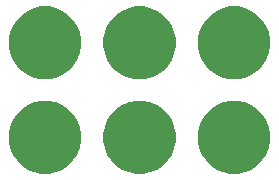
<source format=gts>
%TF.GenerationSoftware,KiCad,Pcbnew,5.0.2-bee76a0~70~ubuntu16.04.1*%
%TF.CreationDate,2019-04-17T10:17:42-07:00*%
%TF.ProjectId,2x3-LED-RGB-TH-4PIN,3278332d-4c45-4442-9d52-47422d54482d,1.0*%
%TF.SameCoordinates,Original*%
%TF.FileFunction,Soldermask,Top*%
%TF.FilePolarity,Negative*%
%FSLAX46Y46*%
G04 Gerber Fmt 4.6, Leading zero omitted, Abs format (unit mm)*
G04 Created by KiCad (PCBNEW 5.0.2-bee76a0~70~ubuntu16.04.1) date Wed Apr 17 10:17:42 2019*
%MOMM*%
%LPD*%
G01*
G04 APERTURE LIST*
%ADD10C,0.350000*%
G04 APERTURE END LIST*
D10*
G36*
X64928696Y-64143737D02*
X65488525Y-64375626D01*
X65488527Y-64375627D01*
X65992363Y-64712280D01*
X66420839Y-65140756D01*
X66757494Y-65644595D01*
X66989383Y-66204424D01*
X67107600Y-66798741D01*
X67107600Y-67404699D01*
X66989383Y-67999016D01*
X66757494Y-68558845D01*
X66757493Y-68558847D01*
X66420840Y-69062683D01*
X65992363Y-69491160D01*
X65488527Y-69827813D01*
X65488526Y-69827814D01*
X65488525Y-69827814D01*
X64928696Y-70059703D01*
X64334379Y-70177920D01*
X63728421Y-70177920D01*
X63134104Y-70059703D01*
X62574275Y-69827814D01*
X62574274Y-69827814D01*
X62574273Y-69827813D01*
X62070437Y-69491160D01*
X61641960Y-69062683D01*
X61305307Y-68558847D01*
X61305306Y-68558845D01*
X61073417Y-67999016D01*
X60955200Y-67404699D01*
X60955200Y-66798741D01*
X61073417Y-66204424D01*
X61305306Y-65644595D01*
X61641961Y-65140756D01*
X62070437Y-64712280D01*
X62574273Y-64375627D01*
X62574275Y-64375626D01*
X63134104Y-64143737D01*
X63728421Y-64025520D01*
X64334379Y-64025520D01*
X64928696Y-64143737D01*
X64928696Y-64143737D01*
G37*
G36*
X56928696Y-64143737D02*
X57488525Y-64375626D01*
X57488527Y-64375627D01*
X57992363Y-64712280D01*
X58420839Y-65140756D01*
X58757494Y-65644595D01*
X58989383Y-66204424D01*
X59107600Y-66798741D01*
X59107600Y-67404699D01*
X58989383Y-67999016D01*
X58757494Y-68558845D01*
X58757493Y-68558847D01*
X58420840Y-69062683D01*
X57992363Y-69491160D01*
X57488527Y-69827813D01*
X57488526Y-69827814D01*
X57488525Y-69827814D01*
X56928696Y-70059703D01*
X56334379Y-70177920D01*
X55728421Y-70177920D01*
X55134104Y-70059703D01*
X54574275Y-69827814D01*
X54574274Y-69827814D01*
X54574273Y-69827813D01*
X54070437Y-69491160D01*
X53641960Y-69062683D01*
X53305307Y-68558847D01*
X53305306Y-68558845D01*
X53073417Y-67999016D01*
X52955200Y-67404699D01*
X52955200Y-66798741D01*
X53073417Y-66204424D01*
X53305306Y-65644595D01*
X53641961Y-65140756D01*
X54070437Y-64712280D01*
X54574273Y-64375627D01*
X54574275Y-64375626D01*
X55134104Y-64143737D01*
X55728421Y-64025520D01*
X56334379Y-64025520D01*
X56928696Y-64143737D01*
X56928696Y-64143737D01*
G37*
G36*
X48928696Y-64143737D02*
X49488525Y-64375626D01*
X49488527Y-64375627D01*
X49992363Y-64712280D01*
X50420839Y-65140756D01*
X50757494Y-65644595D01*
X50989383Y-66204424D01*
X51107600Y-66798741D01*
X51107600Y-67404699D01*
X50989383Y-67999016D01*
X50757494Y-68558845D01*
X50757493Y-68558847D01*
X50420840Y-69062683D01*
X49992363Y-69491160D01*
X49488527Y-69827813D01*
X49488526Y-69827814D01*
X49488525Y-69827814D01*
X48928696Y-70059703D01*
X48334379Y-70177920D01*
X47728421Y-70177920D01*
X47134104Y-70059703D01*
X46574275Y-69827814D01*
X46574274Y-69827814D01*
X46574273Y-69827813D01*
X46070437Y-69491160D01*
X45641960Y-69062683D01*
X45305307Y-68558847D01*
X45305306Y-68558845D01*
X45073417Y-67999016D01*
X44955200Y-67404699D01*
X44955200Y-66798741D01*
X45073417Y-66204424D01*
X45305306Y-65644595D01*
X45641961Y-65140756D01*
X46070437Y-64712280D01*
X46574273Y-64375627D01*
X46574275Y-64375626D01*
X47134104Y-64143737D01*
X47728421Y-64025520D01*
X48334379Y-64025520D01*
X48928696Y-64143737D01*
X48928696Y-64143737D01*
G37*
G36*
X64928696Y-56143737D02*
X65488525Y-56375626D01*
X65488527Y-56375627D01*
X65992363Y-56712280D01*
X66420839Y-57140756D01*
X66757494Y-57644595D01*
X66989383Y-58204424D01*
X67107600Y-58798741D01*
X67107600Y-59404699D01*
X66989383Y-59999016D01*
X66757494Y-60558845D01*
X66757493Y-60558847D01*
X66420840Y-61062683D01*
X65992363Y-61491160D01*
X65488527Y-61827813D01*
X65488526Y-61827814D01*
X65488525Y-61827814D01*
X64928696Y-62059703D01*
X64334379Y-62177920D01*
X63728421Y-62177920D01*
X63134104Y-62059703D01*
X62574275Y-61827814D01*
X62574274Y-61827814D01*
X62574273Y-61827813D01*
X62070437Y-61491160D01*
X61641960Y-61062683D01*
X61305307Y-60558847D01*
X61305306Y-60558845D01*
X61073417Y-59999016D01*
X60955200Y-59404699D01*
X60955200Y-58798741D01*
X61073417Y-58204424D01*
X61305306Y-57644595D01*
X61641961Y-57140756D01*
X62070437Y-56712280D01*
X62574273Y-56375627D01*
X62574275Y-56375626D01*
X63134104Y-56143737D01*
X63728421Y-56025520D01*
X64334379Y-56025520D01*
X64928696Y-56143737D01*
X64928696Y-56143737D01*
G37*
G36*
X56928696Y-56143737D02*
X57488525Y-56375626D01*
X57488527Y-56375627D01*
X57992363Y-56712280D01*
X58420839Y-57140756D01*
X58757494Y-57644595D01*
X58989383Y-58204424D01*
X59107600Y-58798741D01*
X59107600Y-59404699D01*
X58989383Y-59999016D01*
X58757494Y-60558845D01*
X58757493Y-60558847D01*
X58420840Y-61062683D01*
X57992363Y-61491160D01*
X57488527Y-61827813D01*
X57488526Y-61827814D01*
X57488525Y-61827814D01*
X56928696Y-62059703D01*
X56334379Y-62177920D01*
X55728421Y-62177920D01*
X55134104Y-62059703D01*
X54574275Y-61827814D01*
X54574274Y-61827814D01*
X54574273Y-61827813D01*
X54070437Y-61491160D01*
X53641960Y-61062683D01*
X53305307Y-60558847D01*
X53305306Y-60558845D01*
X53073417Y-59999016D01*
X52955200Y-59404699D01*
X52955200Y-58798741D01*
X53073417Y-58204424D01*
X53305306Y-57644595D01*
X53641961Y-57140756D01*
X54070437Y-56712280D01*
X54574273Y-56375627D01*
X54574275Y-56375626D01*
X55134104Y-56143737D01*
X55728421Y-56025520D01*
X56334379Y-56025520D01*
X56928696Y-56143737D01*
X56928696Y-56143737D01*
G37*
G36*
X48928696Y-56143737D02*
X49488525Y-56375626D01*
X49488527Y-56375627D01*
X49992363Y-56712280D01*
X50420839Y-57140756D01*
X50757494Y-57644595D01*
X50989383Y-58204424D01*
X51107600Y-58798741D01*
X51107600Y-59404699D01*
X50989383Y-59999016D01*
X50757494Y-60558845D01*
X50757493Y-60558847D01*
X50420840Y-61062683D01*
X49992363Y-61491160D01*
X49488527Y-61827813D01*
X49488526Y-61827814D01*
X49488525Y-61827814D01*
X48928696Y-62059703D01*
X48334379Y-62177920D01*
X47728421Y-62177920D01*
X47134104Y-62059703D01*
X46574275Y-61827814D01*
X46574274Y-61827814D01*
X46574273Y-61827813D01*
X46070437Y-61491160D01*
X45641960Y-61062683D01*
X45305307Y-60558847D01*
X45305306Y-60558845D01*
X45073417Y-59999016D01*
X44955200Y-59404699D01*
X44955200Y-58798741D01*
X45073417Y-58204424D01*
X45305306Y-57644595D01*
X45641961Y-57140756D01*
X46070437Y-56712280D01*
X46574273Y-56375627D01*
X46574275Y-56375626D01*
X47134104Y-56143737D01*
X47728421Y-56025520D01*
X48334379Y-56025520D01*
X48928696Y-56143737D01*
X48928696Y-56143737D01*
G37*
M02*

</source>
